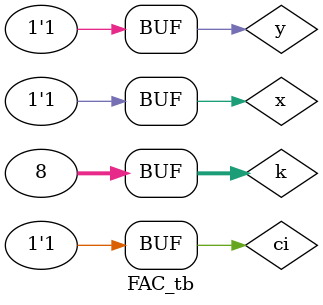
<source format=v>
module FAC(
    input ci, x, y, 
    output z, co 
);
    assign z = x ^ y ^ ci;
    assign co = (x & y) | (x & ci) | (y & ci);
endmodule

module FAC_tb;
    reg ci, x, y;
    wire z, co;

    FAC inst(.ci(ci), .x(x), .y(y), .z(z), .co(co));

    initial begin
        $display("c\tx\ty\t|\tc\tz");
        $monitor("%b\t%b\t%b\t|\t%b\t%b", ci, x, y, co, z);
    end

    integer k;
    initial begin
        {ci, x, y} = 0;
        for ( k = 1 ; k < 8 ; k = k+1)
            #10 {ci, x, y} = k;
    end
endmodule
</source>
